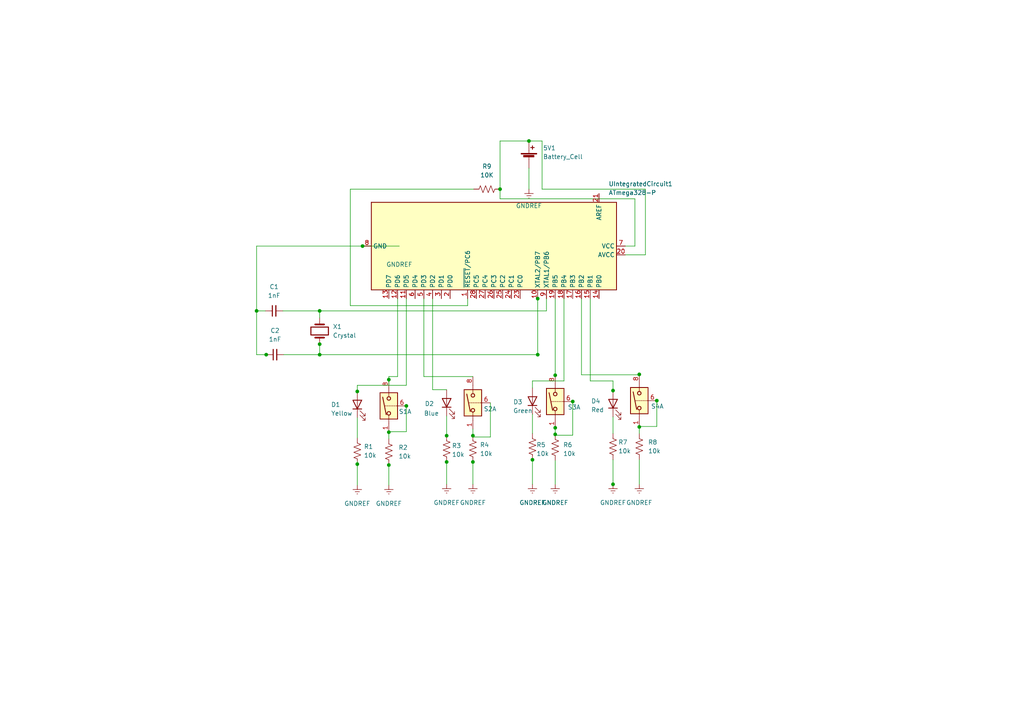
<source format=kicad_sch>
(kicad_sch (version 20211123) (generator eeschema)
  (paper "A4")
  (lib_symbols
    (symbol "Analog_Switch:ADG417BN" (pin_names (offset 0.254))
      (property "Reference" "U" (at -3.175 5.334 0))
      (property "Value" "ADG417BN" (at -3.175 3.556 0))
      (symbol "ADG417BN_1_1"
        (rectangle (start -3.81 2.54) (end 3.81 -2.54) (stroke (width 0.254)) (fill (type background)))
        (circle (center -2.159 0) (radius 0.508) (stroke (width 0.254)))
        (polyline (pts (xy -5.08 0) (xy -2.794 0)))
        (polyline (pts (xy -2.54 0.762) (xy 2.54 1.778)) (stroke (width 0.254)))
        (polyline (pts (xy 0 -2.54) (xy 0 -2.032)))
        (polyline (pts (xy 0 -1.778) (xy 0 -1.524)))
        (polyline (pts (xy 0 -1.27) (xy 0 -1.016)))
        (polyline (pts (xy 0 -0.762) (xy 0 -0.508)))
        (polyline (pts (xy 0 -0.254) (xy 0 0)))
        (polyline (pts (xy 0 0.254) (xy 0 0.508)))
        (polyline (pts (xy 0 0.762) (xy 0 1.016)))
        (polyline (pts (xy 5.08 0) (xy 2.794 0)))
        (circle (center 2.159 0) (radius 0.508) (stroke (width 0.254)))
        (pin passive line (at -7.62 0 0) (length 2.54) (name "~") (number "1"))
        (pin input line (at 0 -5.08 90) (length 2.54) (name "~") (number "6"))
        (pin passive line (at 7.62 0 180) (length 2.54) (name "~") (number "8"))
      )
      (symbol "ADG417BN_2_0"
        (pin no_connect line (at -2.54 10.16 270) (length 2.54) hide (name "NC") (number "2"))
        (pin power_in line (at 0 -12.7 90) (length 2.54) (name "GND") (number "3"))
        (pin power_in line (at 0 12.7 270) (length 2.54) (name "V+") (number "4"))
        (pin power_in line (at 2.54 12.7 270) (length 2.54) (name "VL") (number "5"))
        (pin power_in line (at 2.54 -12.7 90) (length 2.54) (name "V-") (number "7"))
      )
      (symbol "ADG417BN_2_1"
        (rectangle (start -3.81 10.16) (end 6.35 -10.16) (stroke (width 0.254)) (fill (type background)))
      )
    )
    (symbol "Device:Battery_Cell" (pin_numbers hide) (pin_names (offset 0) hide)
      (property "Reference" "BT" (at 2.54 2.54 0))
      (property "Value" "Battery_Cell" (at 2.54 0 0))
      (symbol "Battery_Cell_0_1"
        (rectangle (start -2.286 1.778) (end 2.286 1.524) (fill (type outline)))
        (rectangle (start -1.5748 1.1938) (end 1.4732 0.6858) (fill (type outline)))
        (polyline (pts (xy 0 0.762) (xy 0 0)))
        (polyline (pts (xy 0 1.778) (xy 0 2.54)))
        (polyline (pts (xy 0.508 3.429) (xy 1.524 3.429)) (stroke (width 0.254)))
        (polyline (pts (xy 1.016 3.937) (xy 1.016 2.921)) (stroke (width 0.254)))
      )
      (symbol "Battery_Cell_1_1"
        (pin passive line (at 0 5.08 270) (length 2.54) (name "+") (number "1"))
        (pin passive line (at 0 -2.54 90) (length 2.54) (name "-") (number "2"))
      )
    )
    (symbol "Device:C_Small" (pin_numbers hide) (pin_names (offset 0.254) hide)
      (property "Reference" "C" (at 0.254 1.778 0))
      (property "Value" "C_Small" (at 0.254 -2.032 0))
      (symbol "C_Small_0_1"
        (polyline (pts (xy -1.524 -0.508) (xy 1.524 -0.508)) (stroke (width 0.3302)))
        (polyline (pts (xy -1.524 0.508) (xy 1.524 0.508)) (stroke (width 0.3048)))
      )
      (symbol "C_Small_1_1"
        (pin passive line (at 0 2.54 270) (length 2.032) (name "~") (number "1"))
        (pin passive line (at 0 -2.54 90) (length 2.032) (name "~") (number "2"))
      )
    )
    (symbol "Device:Crystal" (pin_numbers hide) (pin_names (offset 1.016) hide)
      (property "Reference" "Y" (at 0 3.81 0))
      (property "Value" "Crystal" (at 0 -3.81 0))
      (symbol "Crystal_0_1"
        (rectangle (start -1.143 2.54) (end 1.143 -2.54) (stroke (width 0.3048)))
        (polyline (pts (xy -2.54 0) (xy -1.905 0)))
        (polyline (pts (xy -1.905 -1.27) (xy -1.905 1.27)) (stroke (width 0.508)))
        (polyline (pts (xy 1.905 -1.27) (xy 1.905 1.27)) (stroke (width 0.508)))
        (polyline (pts (xy 2.54 0) (xy 1.905 0)))
      )
      (symbol "Crystal_1_1"
        (pin passive line (at -3.81 0 0) (length 1.27) (name "1") (number "1"))
        (pin passive line (at 3.81 0 180) (length 1.27) (name "2") (number "2"))
      )
    )
    (symbol "Device:LED" (pin_numbers hide) (pin_names (offset 1.016) hide)
      (property "Reference" "D" (at 0 2.54 0))
      (property "Value" "LED" (at 0 -2.54 0))
      (symbol "LED_0_1"
        (polyline (pts (xy -1.27 -1.27) (xy -1.27 1.27)) (stroke (width 0.254)))
        (polyline (pts (xy -1.27 0) (xy 1.27 0)))
        (polyline (pts (xy 1.27 -1.27) (xy 1.27 1.27) (xy -1.27 0) (xy 1.27 -1.27)) (stroke (width 0.254)))
        (polyline (pts (xy -3.048 -0.762) (xy -4.572 -2.286) (xy -3.81 -2.286) (xy -4.572 -2.286) (xy -4.572 -1.524)))
        (polyline (pts (xy -1.778 -0.762) (xy -3.302 -2.286) (xy -2.54 -2.286) (xy -3.302 -2.286) (xy -3.302 -1.524)))
      )
      (symbol "LED_1_1"
        (pin passive line (at -3.81 0 0) (length 2.54) (name "K") (number "1"))
        (pin passive line (at 3.81 0 180) (length 2.54) (name "A") (number "2"))
      )
    )
    (symbol "Device:R_US" (pin_numbers hide) (pin_names (offset 0))
      (property "Reference" "R" (at 2.54 0 90))
      (property "Value" "R_US" (at -2.54 0 90))
      (symbol "R_US_0_1"
        (polyline (pts (xy 0 -2.286) (xy 0 -2.54)))
        (polyline (pts (xy 0 2.286) (xy 0 2.54)))
        (polyline (pts (xy 0 -0.762) (xy 1.016 -1.143) (xy 0 -1.524) (xy -1.016 -1.905) (xy 0 -2.286)))
        (polyline (pts (xy 0 0.762) (xy 1.016 0.381) (xy 0 0) (xy -1.016 -0.381) (xy 0 -0.762)))
        (polyline (pts (xy 0 2.286) (xy 1.016 1.905) (xy 0 1.524) (xy -1.016 1.143) (xy 0 0.762)))
      )
      (symbol "R_US_1_1"
        (pin passive line (at 0 3.81 270) (length 1.27) (name "~") (number "1"))
        (pin passive line (at 0 -3.81 90) (length 1.27) (name "~") (number "2"))
      )
    )
    (symbol "MCU_Microchip_ATmega:ATmega328-P"
      (property "Reference" "U" (at -12.7 36.83 0))
      (property "Value" "ATmega328-P" (at 2.54 -36.83 0))
      (symbol "ATmega328-P_0_1"
        (rectangle (start -12.7 -35.56) (end 12.7 35.56) (stroke (width 0.254)) (fill (type background)))
      )
      (symbol "ATmega328-P_1_1"
        (pin bidirectional line (at 15.24 -7.62 180) (length 2.54) (name "~{RESET}/PC6") (number "1"))
        (pin bidirectional line (at 15.24 12.7 180) (length 2.54) (name "XTAL2/PB7") (number "10"))
        (pin bidirectional line (at 15.24 -25.4 180) (length 2.54) (name "PD5") (number "11"))
        (pin bidirectional line (at 15.24 -27.94 180) (length 2.54) (name "PD6") (number "12"))
        (pin bidirectional line (at 15.24 -30.48 180) (length 2.54) (name "PD7") (number "13"))
        (pin bidirectional line (at 15.24 30.48 180) (length 2.54) (name "PB0") (number "14"))
        (pin bidirectional line (at 15.24 27.94 180) (length 2.54) (name "PB1") (number "15"))
        (pin bidirectional line (at 15.24 25.4 180) (length 2.54) (name "PB2") (number "16"))
        (pin bidirectional line (at 15.24 22.86 180) (length 2.54) (name "PB3") (number "17"))
        (pin bidirectional line (at 15.24 20.32 180) (length 2.54) (name "PB4") (number "18"))
        (pin bidirectional line (at 15.24 17.78 180) (length 2.54) (name "PB5") (number "19"))
        (pin bidirectional line (at 15.24 -12.7 180) (length 2.54) (name "PD0") (number "2"))
        (pin power_in line (at 2.54 38.1 270) (length 2.54) (name "AVCC") (number "20"))
        (pin passive line (at -15.24 30.48 0) (length 2.54) (name "AREF") (number "21"))
        (pin passive line (at 0 -38.1 90) (length 2.54) hide (name "GND") (number "22"))
        (pin bidirectional line (at 15.24 7.62 180) (length 2.54) (name "PC0") (number "23"))
        (pin bidirectional line (at 15.24 5.08 180) (length 2.54) (name "PC1") (number "24"))
        (pin bidirectional line (at 15.24 2.54 180) (length 2.54) (name "PC2") (number "25"))
        (pin bidirectional line (at 15.24 0 180) (length 2.54) (name "PC3") (number "26"))
        (pin bidirectional line (at 15.24 -2.54 180) (length 2.54) (name "PC4") (number "27"))
        (pin bidirectional line (at 15.24 -5.08 180) (length 2.54) (name "PC5") (number "28"))
        (pin bidirectional line (at 15.24 -15.24 180) (length 2.54) (name "PD1") (number "3"))
        (pin bidirectional line (at 15.24 -17.78 180) (length 2.54) (name "PD2") (number "4"))
        (pin bidirectional line (at 15.24 -20.32 180) (length 2.54) (name "PD3") (number "5"))
        (pin bidirectional line (at 15.24 -22.86 180) (length 2.54) (name "PD4") (number "6"))
        (pin power_in line (at 0 38.1 270) (length 2.54) (name "VCC") (number "7"))
        (pin power_in line (at 0 -38.1 90) (length 2.54) (name "GND") (number "8"))
        (pin bidirectional line (at 15.24 15.24 180) (length 2.54) (name "XTAL1/PB6") (number "9"))
      )
    )
    (symbol "power:GNDREF" (power) (pin_names (offset 0))
      (property "Value" "GNDREF" (at 0 -3.81 0))
      (symbol "GNDREF_0_1"
        (polyline (pts (xy -0.635 -1.905) (xy 0.635 -1.905)))
        (polyline (pts (xy -0.127 -2.54) (xy 0.127 -2.54)))
        (polyline (pts (xy 0 -1.27) (xy 0 0)))
        (polyline (pts (xy 1.27 -1.27) (xy -1.27 -1.27)))
      )
      (symbol "GNDREF_1_1"
        (pin power_in line (at 0 0 270) (length 0) hide (name "GNDREF") (number "1"))
      )
    )
  )
  (junction (at 155.956 102.87))
  (junction (at 129.54 133.985))
  (junction (at 77.216 102.87))
  (junction (at 117.856 117.729))
  (junction (at 166.116 116.459))
  (junction (at 74.422 90.17))
  (junction (at 112.776 110.109))
  (junction (at 112.776 134.874))
  (junction (at 137.16 126.365))
  (junction (at 185.42 108.585))
  (junction (at 190.5 116.205))
  (junction (at 145.034 54.864))
  (junction (at 92.71 102.87))
  (junction (at 103.632 113.538))
  (junction (at 185.42 123.825))
  (junction (at 161.036 108.839))
  (junction (at 129.54 126.365))
  (junction (at 105.156 71.374))
  (junction (at 177.8 113.284))
  (junction (at 137.16 133.985))
  (junction (at 103.632 134.62))
  (junction (at 153.416 40.894))
  (junction (at 92.71 99.822))
  (junction (at 161.036 125.984))
  (junction (at 161.036 124.079))
  (junction (at 154.432 133.35))
  (junction (at 177.8 140.462))
  (junction (at 112.776 125.349))
  (junction (at 92.71 90.17))
  (junction (at 155.956 86.614))
  (wire (pts (xy 161.036 108.839) (xy 161.036 108.966)))
  (wire (pts (xy 190.5 123.698) (xy 185.42 123.698)))
  (wire (pts (xy 185.42 108.458) (xy 185.42 108.585)))
  (wire (pts (xy 103.632 111.76) (xy 117.856 111.76)))
  (wire (pts (xy 103.632 134.62) (xy 103.632 140.716)))
  (wire (pts (xy 112.776 125.222) (xy 112.776 125.349)))
  (wire (pts (xy 168.656 86.614) (xy 168.656 108.712)))
  (wire (pts (xy 92.71 102.87) (xy 92.71 99.822)))
  (wire (pts (xy 158.496 86.614) (xy 158.496 90.17)))
  (wire (pts (xy 137.16 124.46) (xy 137.16 126.365)))
  (wire (pts (xy 92.71 90.17) (xy 158.496 90.17)))
  (wire (pts (xy 177.8 140.462) (xy 177.8 140.716)))
  (wire (pts (xy 76.962 90.17) (xy 74.422 90.17)))
  (wire (pts (xy 135.636 86.614) (xy 135.636 88.646)))
  (wire (pts (xy 171.196 110.49) (xy 177.8 110.49)))
  (wire (pts (xy 117.856 117.602) (xy 117.856 117.729)))
  (wire (pts (xy 92.71 90.17) (xy 92.71 92.202)))
  (wire (pts (xy 163.576 110.49) (xy 154.432 110.49)))
  (wire (pts (xy 155.956 102.87) (xy 156.464 102.87)))
  (wire (pts (xy 112.776 109.22) (xy 112.776 110.109)))
  (wire (pts (xy 168.656 108.712) (xy 185.42 108.712)))
  (wire (pts (xy 153.416 48.768) (xy 153.416 54.864)))
  (wire (pts (xy 82.296 102.87) (xy 92.71 102.87)))
  (wire (pts (xy 154.432 110.49) (xy 154.432 112.522)))
  (wire (pts (xy 129.54 133.985) (xy 129.54 140.462)))
  (wire (pts (xy 154.432 133.096) (xy 154.432 133.35)))
  (wire (pts (xy 129.54 126.365) (xy 129.54 126.492)))
  (wire (pts (xy 122.936 86.614) (xy 122.936 109.22)))
  (wire (pts (xy 185.42 123.825) (xy 185.42 125.73)))
  (wire (pts (xy 77.216 102.87) (xy 77.724 102.87)))
  (wire (pts (xy 103.632 121.158) (xy 103.632 127)))
  (wire (pts (xy 115.316 86.614) (xy 115.316 109.22)))
  (wire (pts (xy 92.71 102.87) (xy 155.956 102.87)))
  (wire (pts (xy 166.116 116.459) (xy 166.116 126.238)))
  (wire (pts (xy 101.6 54.864) (xy 137.414 54.864)))
  (wire (pts (xy 157.226 40.894) (xy 157.226 54.864)))
  (wire (pts (xy 177.8 110.49) (xy 177.8 113.284)))
  (wire (pts (xy 185.42 123.698) (xy 185.42 123.825)))
  (wire (pts (xy 155.956 86.36) (xy 155.956 86.614)))
  (wire (pts (xy 166.116 126.238) (xy 161.036 126.238)))
  (wire (pts (xy 125.476 113.03) (xy 129.54 113.03)))
  (wire (pts (xy 92.71 99.822) (xy 92.71 99.568)))
  (wire (pts (xy 129.54 120.65) (xy 129.54 126.365)))
  (wire (pts (xy 153.416 40.894) (xy 157.226 40.894)))
  (wire (pts (xy 137.16 126.365) (xy 137.16 126.492)))
  (wire (pts (xy 155.956 86.614) (xy 155.956 102.87)))
  (wire (pts (xy 117.856 86.614) (xy 117.856 111.76)))
  (wire (pts (xy 117.856 117.729) (xy 117.856 125.222)))
  (wire (pts (xy 74.422 90.17) (xy 74.422 102.87)))
  (wire (pts (xy 161.036 86.614) (xy 161.036 108.839)))
  (wire (pts (xy 187.198 54.864) (xy 187.198 73.914)))
  (wire (pts (xy 101.6 88.646) (xy 101.6 54.864)))
  (wire (pts (xy 161.036 124.079) (xy 161.036 125.984)))
  (wire (pts (xy 129.54 133.858) (xy 129.54 133.985)))
  (wire (pts (xy 103.632 113.538) (xy 103.632 113.792)))
  (wire (pts (xy 125.476 86.614) (xy 125.476 113.03)))
  (wire (pts (xy 105.156 71.374) (xy 115.824 71.374)))
  (wire (pts (xy 74.422 71.374) (xy 74.422 90.17)))
  (wire (pts (xy 190.5 116.078) (xy 190.5 116.205)))
  (wire (pts (xy 154.432 133.35) (xy 154.432 140.462)))
  (wire (pts (xy 137.16 133.858) (xy 137.16 133.985)))
  (wire (pts (xy 103.632 111.76) (xy 103.632 113.538)))
  (wire (pts (xy 105.156 71.374) (xy 74.422 71.374)))
  (wire (pts (xy 153.416 40.894) (xy 145.034 40.894)))
  (wire (pts (xy 135.636 88.646) (xy 101.6 88.646)))
  (wire (pts (xy 122.936 109.22) (xy 137.16 109.22)))
  (wire (pts (xy 112.776 134.874) (xy 112.776 140.716)))
  (wire (pts (xy 142.24 126.746) (xy 137.16 126.746)))
  (wire (pts (xy 112.776 125.349) (xy 112.776 127.254)))
  (wire (pts (xy 181.356 73.914) (xy 187.198 73.914)))
  (wire (pts (xy 115.316 109.22) (xy 112.776 109.22)))
  (wire (pts (xy 112.776 134.62) (xy 112.776 134.874)))
  (wire (pts (xy 163.576 86.614) (xy 163.576 110.49)))
  (wire (pts (xy 181.356 71.374) (xy 184.15 71.374)))
  (wire (pts (xy 153.416 40.894) (xy 153.416 41.148)))
  (wire (pts (xy 185.42 108.585) (xy 185.42 108.712)))
  (wire (pts (xy 103.632 133.858) (xy 103.632 134.62)))
  (wire (pts (xy 190.5 116.205) (xy 190.5 123.698)))
  (wire (pts (xy 161.036 125.984) (xy 161.036 126.238)))
  (wire (pts (xy 82.042 90.17) (xy 92.71 90.17)))
  (wire (pts (xy 177.8 113.284) (xy 177.8 113.538)))
  (wire (pts (xy 177.8 120.904) (xy 177.8 125.73)))
  (wire (pts (xy 171.196 86.614) (xy 171.196 110.49)))
  (wire (pts (xy 184.15 57.658) (xy 184.15 71.374)))
  (wire (pts (xy 112.776 110.109) (xy 112.776 111.506)))
  (wire (pts (xy 74.422 102.87) (xy 77.216 102.87)))
  (wire (pts (xy 145.034 57.658) (xy 184.15 57.658)))
  (wire (pts (xy 137.16 133.985) (xy 137.16 140.462)))
  (wire (pts (xy 142.24 116.84) (xy 142.24 126.746)))
  (wire (pts (xy 166.116 116.332) (xy 166.116 116.459)))
  (wire (pts (xy 161.036 123.698) (xy 161.036 124.079)))
  (wire (pts (xy 187.198 54.864) (xy 157.226 54.864)))
  (wire (pts (xy 185.42 133.35) (xy 185.42 140.462)))
  (wire (pts (xy 145.034 54.864) (xy 145.034 57.658)))
  (wire (pts (xy 154.432 120.142) (xy 154.432 125.73)))
  (wire (pts (xy 145.034 40.894) (xy 145.034 54.864)))
  (wire (pts (xy 117.856 125.222) (xy 112.776 125.222)))
  (wire (pts (xy 177.8 133.35) (xy 177.8 140.462)))
  (wire (pts (xy 92.71 99.568) (xy 92.456 99.822)))
  (wire (pts (xy 161.036 140.462) (xy 161.036 133.604)))
  (symbol (lib_id "Device:R_US") (at 112.776 131.064 0) (unit 1)
    (property "Reference" "R2" (at 115.57 129.7939 0) (effects (justify left)))
    (property "Value" "10k" (at 115.57 132.3339 0) (effects (justify left)))
  )
  (symbol (lib_id "power:GNDREF") (at 112.776 140.716 0) (unit 1)
    (property "Reference" "#PWR0103" (effects hide))
    (property "Value" "GNDREF" (at 112.776 146.05 0))
  )
  (symbol (lib_id "power:GNDREF") (at 154.432 140.462 0) (unit 1)
    (property "Reference" "#PWR0104" (effects hide))
    (property "Value" "GNDREF" (at 154.432 145.796 0))
  )
  (symbol (lib_id "Device:LED") (at 103.632 117.348 90) (unit 1)
    (property "Reference" "D1" (at 96.012 117.348 90) (effects (justify right)))
    (property "Value" "Yellow" (at 96.012 119.888 90) (effects (justify right)))
  )
  (symbol (lib_id "Device:R_US") (at 137.16 130.175 0) (unit 1)
    (property "Reference" "R4" (at 139.192 129.032 0) (effects (justify left)))
    (property "Value" "10k" (at 139.192 131.572 0) (effects (justify left)))
  )
  (symbol (lib_id "Device:R_US") (at 129.54 130.175 0) (unit 1)
    (property "Reference" "R3" (at 131.064 129.286 0) (effects (justify left)))
    (property "Value" "10k" (at 131.064 131.826 0) (effects (justify left)))
  )
  (symbol (lib_id "Device:R_US") (at 154.432 129.54 0) (unit 1)
    (property "Reference" "R5" (at 155.575 129.032 0) (effects (justify left)))
    (property "Value" "10k" (at 155.575 131.572 0) (effects (justify left)))
  )
  (symbol (lib_id "Device:R_US") (at 141.224 54.864 90) (unit 1)
    (property "Reference" "R9" (at 141.224 48.26 90))
    (property "Value" "10K" (at 141.224 50.8 90))
  )
  (symbol (lib_id "Device:R_US") (at 161.036 129.794 0) (unit 1)
    (property "Reference" "R6" (at 163.322 129.032 0) (effects (justify left)))
    (property "Value" "10k" (at 163.322 131.572 0) (effects (justify left)))
  )
  (symbol (lib_id "Device:LED") (at 177.8 117.094 90) (unit 1)
    (property "Reference" "D4" (at 171.45 116.332 90) (effects (justify right)))
    (property "Value" "Red" (at 171.45 118.872 90) (effects (justify right)))
  )
  (symbol (lib_id "power:GNDREF") (at 177.8 140.462 0) (unit 1)
    (property "Reference" "#PWR0107" (effects hide))
    (property "Value" "GNDREF" (at 177.8 145.796 0))
  )
  (symbol (lib_id "power:GNDREF") (at 129.54 140.462 0) (unit 1)
    (property "Reference" "#PWR0109" (effects hide))
    (property "Value" "GNDREF" (at 129.54 145.796 0))
  )
  (symbol (lib_id "power:GNDREF") (at 161.036 140.462 0) (unit 1)
    (property "Reference" "#PWR0105" (effects hide))
    (property "Value" "GNDREF" (at 161.036 145.796 0))
  )
  (symbol (lib_id "power:GNDREF") (at 115.824 71.374 0) (unit 1)
    (property "Reference" "#PWR0101" (effects hide))
    (property "Value" "GNDREF" (at 115.824 76.708 0))
  )
  (symbol (lib_id "Analog_Switch:ADG417BN") (at 137.16 116.84 90) (unit 1)
    (property "Reference" "S2" (at 144.018 118.618 90) (effects (justify left)))
    (property "Value" "ADG417BN" (effects hide))
    (property "Footprint" "Package_DIP:DIP-8_W7.62mm" (effects hide))
    (property "Datasheet" "https://www.analog.com/media/en/technical-documentation/data-sheets/ADG417.pdf" (effects hide))
  )
  (symbol (lib_id "power:GNDREF") (at 137.16 140.462 0) (unit 1)
    (property "Reference" "#PWR0108" (effects hide))
    (property "Value" "GNDREF" (at 137.16 145.796 0))
  )
  (symbol (lib_id "Device:Battery_Cell") (at 153.416 46.228 0) (unit 1)
    (property "Reference" "5V1" (at 157.48 42.9259 0) (effects (justify left)))
    (property "Value" "Battery_Cell" (at 157.48 45.4659 0) (effects (justify left)))
    (property "Footprint" "Battery:BatteryHolder_Bulgin_BX0036_1xC" (effects hide))
  )
  (symbol (lib_id "Analog_Switch:ADG417BN") (at 185.42 116.205 90) (unit 1)
    (property "Reference" "S4" (at 192.532 117.856 90) (effects (justify left)))
    (property "Value" "ADG417BN" (effects hide))
    (property "Footprint" "Package_DIP:DIP-8_W7.62mm" (effects hide))
    (property "Datasheet" "https://www.analog.com/media/en/technical-documentation/data-sheets/ADG417.pdf" (effects hide))
  )
  (symbol (lib_id "Device:Crystal") (at 92.71 96.012 90) (unit 1)
    (property "Reference" "X1" (at 96.52 94.7419 90) (effects (justify right)))
    (property "Value" "Crystal" (at 96.52 97.2819 90) (effects (justify right)))
    (property "Footprint" "Crystal:Crystal_HC18-U_Vertical" (effects hide))
  )
  (symbol (lib_id "Device:LED") (at 129.54 116.84 90) (unit 1)
    (property "Reference" "D2" (at 123.19 117.094 90) (effects (justify right)))
    (property "Value" "Blue" (at 122.936 119.888 90) (effects (justify right)))
  )
  (symbol (lib_id "Device:C_Small") (at 79.502 90.17 90) (unit 1)
    (property "Reference" "C1" (at 79.5083 83.185 90))
    (property "Value" "1nF" (at 79.5083 85.725 90))
    (property "Footprint" "Capacitor_THT:CP_Axial_L10.0mm_D4.5mm_P15.00mm_Horizontal" (effects hide))
  )
  (symbol (lib_id "power:GNDREF") (at 153.416 54.864 0) (unit 1)
    (property "Reference" "#PWR?" (effects hide))
    (property "Value" "GNDREF" (at 153.416 59.69 0))
  )
  (symbol (lib_id "Device:LED") (at 154.432 116.332 90) (unit 1)
    (property "Reference" "D3" (at 148.844 116.586 90) (effects (justify right)))
    (property "Value" "Green" (at 148.844 119.126 90) (effects (justify right)))
  )
  (symbol (lib_id "Analog_Switch:ADG417BN") (at 112.776 117.729 90) (unit 1)
    (property "Reference" "S1" (at 119.38 119.38 90) (effects (justify left)))
    (property "Value" "cd" (effects hide))
    (property "Footprint" "Package_DIP:DIP-8_W7.62mm" (effects hide))
    (property "Datasheet" "https://www.analog.com/media/en/technical-documentation/data-sheets/ADG417.pdf" (effects hide))
  )
  (symbol (lib_id "Device:R_US") (at 177.8 129.54 0) (unit 1)
    (property "Reference" "R7" (at 179.324 128.27 0) (effects (justify left)))
    (property "Value" "10k" (at 179.324 130.81 0) (effects (justify left)))
  )
  (symbol (lib_id "Device:R_US") (at 185.42 129.54 0) (unit 1)
    (property "Reference" "R8" (at 187.96 128.2699 0) (effects (justify left)))
    (property "Value" "10k" (at 187.96 130.8099 0) (effects (justify left)))
  )
  (symbol (lib_id "power:GNDREF") (at 185.42 140.462 0) (unit 1)
    (property "Reference" "#PWR0106" (effects hide))
    (property "Value" "GNDREF" (at 185.42 145.796 0))
  )
  (symbol (lib_id "Analog_Switch:ADG417BN") (at 161.036 116.459 90) (unit 1)
    (property "Reference" "S3" (at 168.402 118.11 90) (effects (justify left)))
    (property "Value" "ADG417BN" (effects hide))
    (property "Footprint" "Package_DIP:DIP-8_W7.62mm" (effects hide))
    (property "Datasheet" "https://www.analog.com/media/en/technical-documentation/data-sheets/ADG417.pdf" (effects hide))
  )
  (symbol (lib_id "Device:R_US") (at 103.632 130.81 0) (unit 1)
    (property "Reference" "R1" (at 105.537 129.5399 0) (effects (justify left)))
    (property "Value" "10k" (at 105.537 132.0799 0) (effects (justify left)))
  )
  (symbol (lib_id "power:GNDREF") (at 103.632 140.716 0) (unit 1)
    (property "Reference" "#PWR0102" (effects hide))
    (property "Value" "GNDREF" (at 103.632 146.05 0))
  )
  (symbol (lib_id "Device:C_Small") (at 79.756 102.87 90) (unit 1)
    (property "Reference" "C2" (at 79.7623 95.885 90))
    (property "Value" "1nF" (at 79.7623 98.425 90))
    (property "Footprint" "Capacitor_THT:CP_Axial_L10.0mm_D4.5mm_P15.00mm_Horizontal" (effects hide))
  )
  (symbol (lib_id "MCU_Microchip_ATmega:ATmega328-P") (at 143.256 71.374 270) (unit 1)
    (property "Reference" "UIntegratedCircuit1" (at 176.5047 53.34 90) (effects (justify left)))
    (property "Value" "ATmega328-P" (at 176.5047 55.88 90) (effects (justify left)))
    (property "Footprint" "Package_DIP:DIP-28_W7.62mm" (effects hide))
    (property "Datasheet" "http://ww1.microchip.com/downloads/en/DeviceDoc/ATmega328_P%20AVR%20MCU%20with%20picoPower%20Technology%20Data%20Sheet%2040001984A.pdf" (effects hide))
  )
)
</source>
